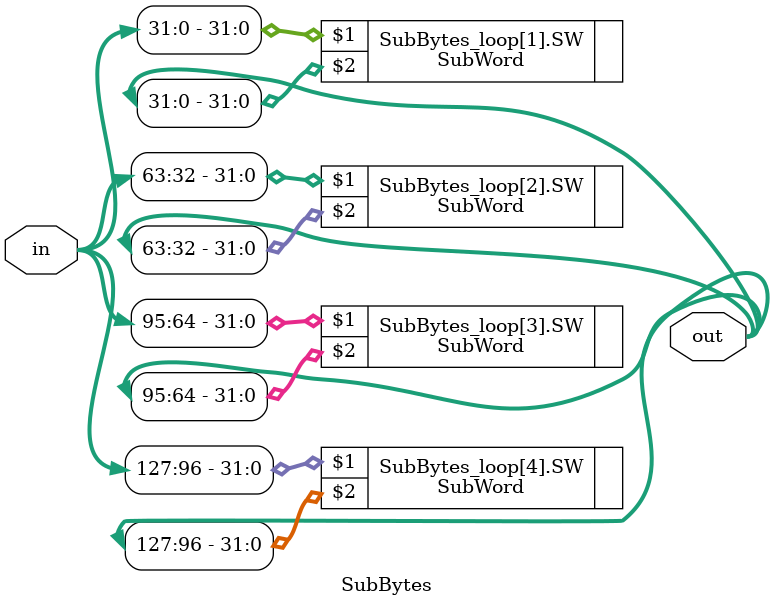
<source format=v>
module SubBytes # ( parameter BYTE = 8 , parameter WORD = 32 , parameter SENTENCE = 128 )
( input [ SENTENCE-1 : 0 ] in , output [ SENTENCE-1 : 0 ] out ) ;

genvar index ;
generate
	for ( index = 1 ; index <= 4 ; index = index + 1) begin : SubBytes_loop
		SubWord SW ( in [ index*WORD-1 : ( index-1 )*WORD ] , out [ index*WORD-1 : ( index-1 )*WORD ] ) ;
	end
endgenerate

endmodule

</source>
